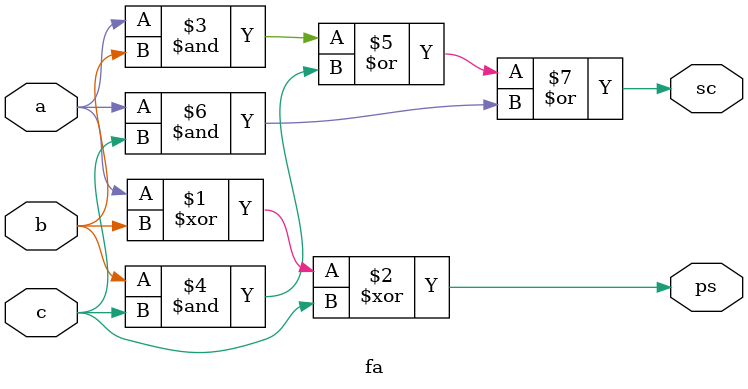
<source format=sv>
/*
 Module: fa (full adder)
 Company: UW-Madison
 Designer: Prof. lipasti
 Number: 1
 Revision: A 
 Date: 4/2/2024
 */
// --sums three bits and generates partial sum and shifted carry
module fa(input logic a,   // early if possible
	   input logic 	b, // early if possible
	   input logic 	c, // late if possible
	   output logic ps,
	   output logic sc);

   assign ps = a^b^c;
   assign sc = a&b | b&c | a&c;
   
endmodule // csa


</source>
